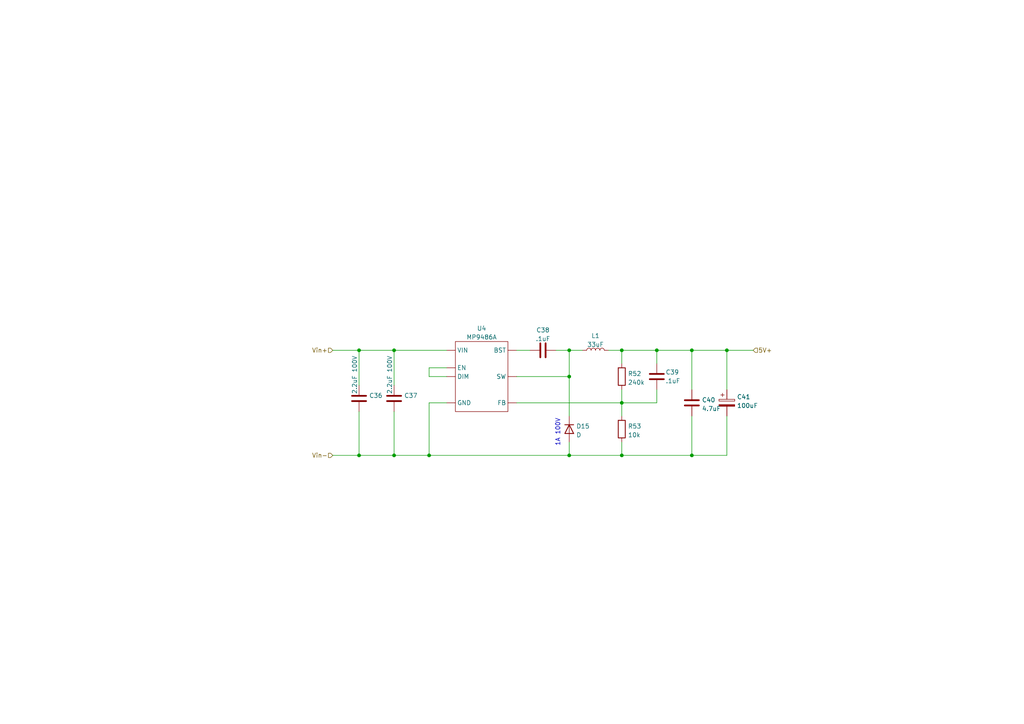
<source format=kicad_sch>
(kicad_sch (version 20211123) (generator eeschema)
  (paper "A4")
  (lib_symbols
    (symbol "Device:C" (pin_numbers hide) (pin_names (offset 0.254))
      (property "Reference" "C" (at 0.635 2.54 0))
      (property "Value" "C" (at 0.635 -2.54 0))
      (symbol "C_0_1"
        (polyline (pts (xy -2.032 -0.762) (xy 2.032 -0.762)) (stroke (width 0.508)))
        (polyline (pts (xy -2.032 0.762) (xy 2.032 0.762)) (stroke (width 0.508)))
      )
      (symbol "C_1_1"
        (pin passive line (at 0 3.81 270) (length 2.794) (name "~") (number "1"))
        (pin passive line (at 0 -3.81 90) (length 2.794) (name "~") (number "2"))
      )
    )
    (symbol "Device:C_Polarized" (pin_numbers hide) (pin_names (offset 0.254))
      (property "Reference" "C" (at 0.635 2.54 0))
      (property "Value" "C_Polarized" (at 0.635 -2.54 0))
      (symbol "C_Polarized_0_1"
        (rectangle (start -2.286 0.508) (end 2.286 1.016))
        (polyline (pts (xy -1.778 2.286) (xy -0.762 2.286)))
        (polyline (pts (xy -1.27 2.794) (xy -1.27 1.778)))
        (rectangle (start 2.286 -0.508) (end -2.286 -1.016) (fill (type outline)))
      )
      (symbol "C_Polarized_1_1"
        (pin passive line (at 0 3.81 270) (length 2.794) (name "~") (number "1"))
        (pin passive line (at 0 -3.81 90) (length 2.794) (name "~") (number "2"))
      )
    )
    (symbol "Device:D" (pin_numbers hide) (pin_names (offset 1.016) hide)
      (property "Reference" "D" (at 0 2.54 0))
      (property "Value" "D" (at 0 -2.54 0))
      (symbol "D_0_1"
        (polyline (pts (xy -1.27 1.27) (xy -1.27 -1.27)) (stroke (width 0.254)))
        (polyline (pts (xy 1.27 0) (xy -1.27 0)))
        (polyline (pts (xy 1.27 1.27) (xy 1.27 -1.27) (xy -1.27 0) (xy 1.27 1.27)) (stroke (width 0.254)))
      )
      (symbol "D_1_1"
        (pin passive line (at -3.81 0 0) (length 2.54) (name "K") (number "1"))
        (pin passive line (at 3.81 0 180) (length 2.54) (name "A") (number "2"))
      )
    )
    (symbol "Device:L" (pin_numbers hide) (pin_names (offset 1.016) hide)
      (property "Reference" "L" (at -1.27 0 90))
      (property "Value" "L" (at 1.905 0 90))
      (symbol "L_0_1"
        (arc (start 0 -2.54) (mid 0.635 -1.905) (end 0 -1.27))
        (arc (start 0 -1.27) (mid 0.635 -0.635) (end 0 0))
        (arc (start 0 0) (mid 0.635 0.635) (end 0 1.27))
        (arc (start 0 1.27) (mid 0.635 1.905) (end 0 2.54))
      )
      (symbol "L_1_1"
        (pin passive line (at 0 3.81 270) (length 1.27) (name "1") (number "1"))
        (pin passive line (at 0 -3.81 90) (length 1.27) (name "2") (number "2"))
      )
    )
    (symbol "Device:R" (pin_numbers hide) (pin_names (offset 0))
      (property "Reference" "R" (at 2.032 0 90))
      (property "Value" "R" (at 0 0 90))
      (symbol "R_0_1"
        (rectangle (start -1.016 -2.54) (end 1.016 2.54) (stroke (width 0.254)))
      )
      (symbol "R_1_1"
        (pin passive line (at 0 3.81 270) (length 1.27) (name "~") (number "1"))
        (pin passive line (at 0 -3.81 90) (length 1.27) (name "~") (number "2"))
      )
    )
    (symbol "MP9486A:MP9486A"
      (property "Reference" "U" (at 0 11.43 0))
      (property "Value" "MP9486A" (at 0 8.89 0))
      (symbol "MP9486A_0_1"
        (rectangle (start -7.62 7.62) (end 7.62 -12.7) (stroke (width 0.1524)))
      )
      (symbol "MP9486A_1_1"
        (pin input line (at 10.16 5.08 180) (length 2.54) (name "BST") (number ""))
        (pin input line (at -10.16 -2.54 0) (length 2.54) (name "DIM") (number ""))
        (pin input line (at -10.16 0 0) (length 2.54) (name "EN") (number ""))
        (pin input line (at 10.16 -10.16 180) (length 2.54) (name "FB") (number ""))
        (pin input line (at -10.16 -10.16 0) (length 2.54) (name "GND") (number ""))
        (pin input line (at 10.16 -2.54 180) (length 2.54) (name "SW") (number ""))
        (pin input line (at -10.16 5.08 0) (length 2.54) (name "VIN") (number ""))
      )
    )
  )
  (junction (at 114.3 101.6))
  (junction (at 180.34 101.6))
  (junction (at 124.46 132.08))
  (junction (at 200.66 132.08))
  (junction (at 165.1 109.22))
  (junction (at 210.82 101.6))
  (junction (at 165.1 132.08))
  (junction (at 190.5 101.6))
  (junction (at 104.14 132.08))
  (junction (at 180.34 116.84))
  (junction (at 165.1 101.6))
  (junction (at 200.66 101.6))
  (junction (at 180.34 132.08))
  (junction (at 104.14 101.6))
  (junction (at 114.3 132.08))
  (wire (pts (xy 190.5 116.84) (xy 180.34 116.84)))
  (wire (pts (xy 200.66 101.6) (xy 200.66 113.03)))
  (wire (pts (xy 124.46 132.08) (xy 165.1 132.08)))
  (wire (pts (xy 218.44 101.6) (xy 210.82 101.6)))
  (wire (pts (xy 149.86 116.84) (xy 180.34 116.84)))
  (wire (pts (xy 104.14 101.6) (xy 114.3 101.6)))
  (wire (pts (xy 124.46 109.22) (xy 129.54 109.22)))
  (wire (pts (xy 114.3 132.08) (xy 124.46 132.08)))
  (wire (pts (xy 200.66 101.6) (xy 210.82 101.6)))
  (wire (pts (xy 114.3 101.6) (xy 114.3 111.76)))
  (wire (pts (xy 165.1 109.22) (xy 165.1 120.65)))
  (wire (pts (xy 165.1 132.08) (xy 180.34 132.08)))
  (wire (pts (xy 149.86 109.22) (xy 165.1 109.22)))
  (wire (pts (xy 200.66 132.08) (xy 180.34 132.08)))
  (wire (pts (xy 200.66 120.65) (xy 200.66 132.08)))
  (wire (pts (xy 124.46 106.68) (xy 124.46 109.22)))
  (wire (pts (xy 190.5 101.6) (xy 200.66 101.6)))
  (wire (pts (xy 180.34 101.6) (xy 190.5 101.6)))
  (wire (pts (xy 176.53 101.6) (xy 180.34 101.6)))
  (wire (pts (xy 104.14 101.6) (xy 104.14 111.76)))
  (wire (pts (xy 180.34 105.41) (xy 180.34 101.6)))
  (wire (pts (xy 190.5 105.41) (xy 190.5 101.6)))
  (wire (pts (xy 96.52 101.6) (xy 104.14 101.6)))
  (wire (pts (xy 161.29 101.6) (xy 165.1 101.6)))
  (wire (pts (xy 114.3 132.08) (xy 114.3 119.38)))
  (wire (pts (xy 180.34 120.65) (xy 180.34 116.84)))
  (wire (pts (xy 129.54 116.84) (xy 124.46 116.84)))
  (wire (pts (xy 190.5 113.03) (xy 190.5 116.84)))
  (wire (pts (xy 114.3 101.6) (xy 129.54 101.6)))
  (wire (pts (xy 180.34 116.84) (xy 180.34 113.03)))
  (wire (pts (xy 210.82 120.65) (xy 210.82 132.08)))
  (wire (pts (xy 114.3 132.08) (xy 104.14 132.08)))
  (wire (pts (xy 129.54 106.68) (xy 124.46 106.68)))
  (wire (pts (xy 165.1 101.6) (xy 168.91 101.6)))
  (wire (pts (xy 104.14 132.08) (xy 104.14 119.38)))
  (wire (pts (xy 165.1 132.08) (xy 165.1 128.27)))
  (wire (pts (xy 180.34 128.27) (xy 180.34 132.08)))
  (wire (pts (xy 210.82 132.08) (xy 200.66 132.08)))
  (wire (pts (xy 124.46 116.84) (xy 124.46 132.08)))
  (wire (pts (xy 96.52 132.08) (xy 104.14 132.08)))
  (wire (pts (xy 165.1 101.6) (xy 165.1 109.22)))
  (wire (pts (xy 210.82 101.6) (xy 210.82 113.03)))
  (wire (pts (xy 149.86 101.6) (xy 153.67 101.6)))
  (text "1A 100V" (at 162.56 129.54 90) (effects (font (size 1.27 1.27)) (justify left bottom)))
  (hierarchical_label "Vin-" (shape input) (at 96.52 132.08 180))
  (hierarchical_label "5V+" (shape input) (at 218.44 101.6 0))
  (hierarchical_label "Vin+" (shape input) (at 96.52 101.6 180))
  (symbol (lib_id "Device:C") (at 200.66 116.84 180) (unit 1)
    (property "Reference" "C40" (at 203.581 116.0053 0) (effects (justify right)))
    (property "Value" "4.7uF" (at 203.581 118.5422 0) (effects (justify right)))
  )
  (symbol (lib_id "Device:C_Polarized") (at 210.82 116.84 0) (unit 1)
    (property "Reference" "C41" (at 213.741 115.1163 0) (effects (justify left)))
    (property "Value" "100uF" (at 213.741 117.6532 0) (effects (justify left)))
  )
  (symbol (lib_id "Device:C") (at 114.3 115.57 0) (unit 1)
    (property "Reference" "C37" (at 117.221 114.7353 0) (effects (justify left)))
    (property "Value" "2.2uF 100V" (at 113.03 114.3 90) (effects (justify left)))
  )
  (symbol (lib_id "Device:C") (at 190.5 109.22 180) (unit 1)
    (property "Reference" "C39" (at 193.04 107.9531 0) (effects (justify right)))
    (property "Value" ".1uF" (at 193.04 110.49 0) (effects (justify right)))
  )
  (symbol (lib_id "Device:D") (at 165.1 124.46 270) (unit 1)
    (property "Reference" "D15" (at 167.132 123.6253 90) (effects (justify left)))
    (property "Value" "D" (at 167.132 126.1622 90) (effects (justify left)))
  )
  (symbol (lib_id "Device:L") (at 172.72 101.6 90) (unit 1)
    (property "Reference" "L1" (at 172.72 97.3922 90))
    (property "Value" "33uF" (at 172.72 99.9291 90))
  )
  (symbol (lib_id "Device:C") (at 157.48 101.6 90) (unit 1)
    (property "Reference" "C38" (at 157.48 95.7412 90))
    (property "Value" ".1uF" (at 157.48 98.2781 90))
  )
  (symbol (lib_id "MP9486A:MP9486A") (at 139.7 106.68 0) (unit 1)
    (property "Reference" "U4" (at 139.7 95.25 0))
    (property "Value" "MP9486A" (at 139.7 97.7869 0))
  )
  (symbol (lib_id "Device:R") (at 180.34 124.46 0) (unit 1)
    (property "Reference" "R53" (at 182.118 123.6253 0) (effects (justify left)))
    (property "Value" "10k" (at 182.118 126.1622 0) (effects (justify left)))
  )
  (symbol (lib_id "Device:C") (at 104.14 115.57 0) (unit 1)
    (property "Reference" "C36" (at 107.061 114.7353 0) (effects (justify left)))
    (property "Value" "2.2uF 100V" (at 102.87 114.3 90) (effects (justify left)))
  )
  (symbol (lib_id "Device:R") (at 180.34 109.22 0) (unit 1)
    (property "Reference" "R52" (at 182.118 108.3853 0) (effects (justify left)))
    (property "Value" "240k" (at 182.118 110.9222 0) (effects (justify left)))
  )
)
</source>
